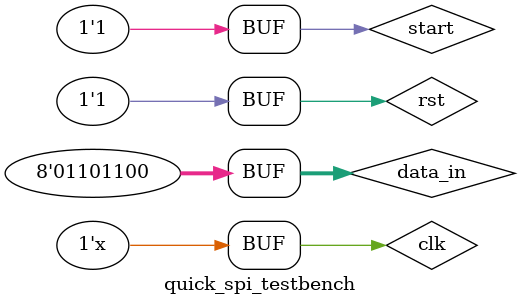
<source format=v>
`timescale 1ns / 1ps


module quick_spi_testbench();
    reg clk;
    reg rst;
    
    wire miso;
    wire mosi;
    wire sck;
    reg start;
    
    reg[7:0] data_in;
    wire[7:0] data_out;
    
    wire busy;
    wire new_data;
    
    initial begin
        clk <= 1'b0;
        rst <= 1'b0;
        start <= 1'b0;
        data_in <= #50 8'b01101100;
        rst <= #50 1'b1;
        start <= #50 1'b1;
    end
    
    always #25 clk <= ~clk;

    quick_spi #(.CLK_DIV(2))
        spi(
            .clk(clk),
            .rst(rst),
            .miso(miso),
            .mosi(mosi),
            .sck(sck),
            .start(start),
            .data_in(data_in),
            .data_out(data_out),
            .busy(busy),
            .new_data(new_data));
endmodule

</source>
